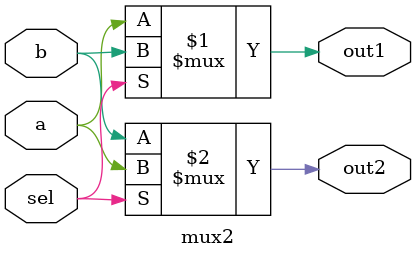
<source format=sv>
module mux2
(
    input   logic        a,
    input   logic        b,
    input   logic        sel,
    output  logic        out1,
    output  logic        out2
);

assign out1 = sel ? b : a;
assign out2 = sel ? a : b;

endmodule

</source>
